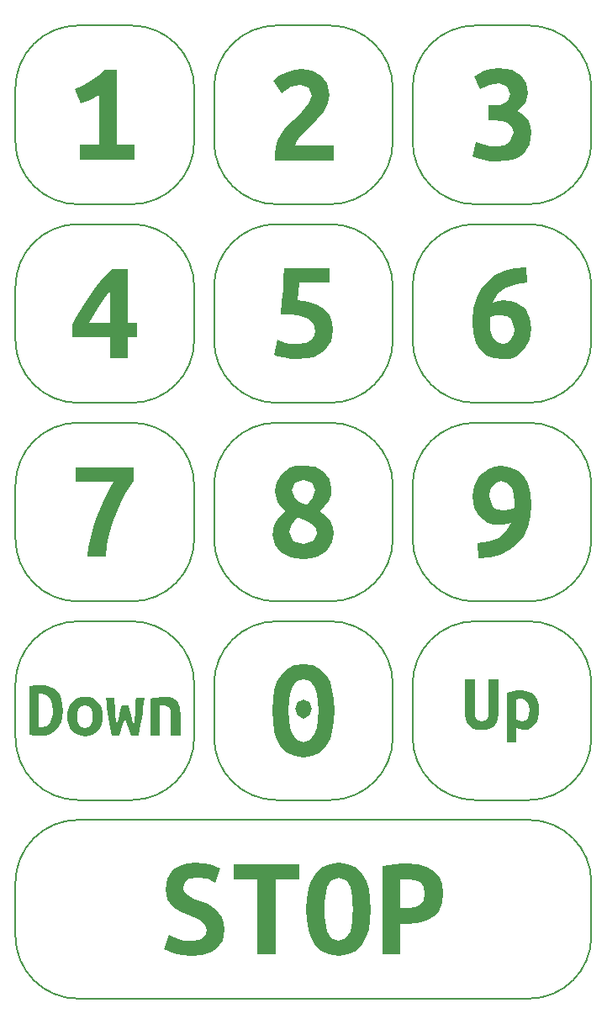
<source format=gto>
G04 #@! TF.GenerationSoftware,KiCad,Pcbnew,8.0.5-8.0.5-0~ubuntu24.04.1*
G04 #@! TF.CreationDate,2024-10-02T13:28:42+10:00*
G04 #@! TF.ProjectId,Touch Keypad,546f7563-6820-44b6-9579-7061642e6b69,rev?*
G04 #@! TF.SameCoordinates,PXbebc200PY8b3c880*
G04 #@! TF.FileFunction,Legend,Top*
G04 #@! TF.FilePolarity,Positive*
%FSLAX46Y46*%
G04 Gerber Fmt 4.6, Leading zero omitted, Abs format (unit mm)*
G04 Created by KiCad (PCBNEW 8.0.5-8.0.5-0~ubuntu24.04.1) date 2024-10-02 13:28:42*
%MOMM*%
%LPD*%
G01*
G04 APERTURE LIST*
%ADD10C,0.200000*%
%ADD11C,0.000000*%
G04 APERTURE END LIST*
D10*
X-24000000Y78700000D02*
X-24000000Y73300000D01*
X-17700000Y67000000D02*
X-12300000Y67000000D01*
X-12300000Y85000000D02*
X-17700000Y85000000D01*
X-6000000Y73300000D02*
X-6000000Y78700000D01*
X-24000000Y78700000D02*
G75*
G02*
X-17700000Y85000000I6299999J1D01*
G01*
X-17700000Y67000000D02*
G75*
G02*
X-24000000Y73300000I-1J6299999D01*
G01*
X-12300000Y85000000D02*
G75*
G02*
X-6000000Y78700000I0J-6300000D01*
G01*
X-6000000Y73300000D02*
G75*
G02*
X-12300000Y67000000I-6300000J0D01*
G01*
X-64000000Y38700000D02*
X-64000000Y33300000D01*
X-57700000Y27000000D02*
X-52300000Y27000000D01*
X-52300000Y45000000D02*
X-57700000Y45000000D01*
X-46000000Y33300000D02*
X-46000000Y38700000D01*
X-64000000Y38700000D02*
G75*
G02*
X-57700000Y45000000I6299999J1D01*
G01*
X-57700000Y27000000D02*
G75*
G02*
X-64000000Y33300000I-1J6299999D01*
G01*
X-52300000Y45000000D02*
G75*
G02*
X-46000000Y38700000I0J-6300000D01*
G01*
X-46000000Y33300000D02*
G75*
G02*
X-52300000Y27000000I-6300000J0D01*
G01*
D11*
G36*
X-32339257Y79111470D02*
G01*
X-35436187Y79111470D01*
X-35508885Y78137318D01*
X-35581583Y77308562D01*
X-34481422Y77159935D01*
X-33584814Y76869144D01*
X-32891761Y76436187D01*
X-32399031Y75864297D01*
X-32103393Y75156704D01*
X-32004847Y74313409D01*
X-32222940Y73157512D01*
X-32891761Y72234249D01*
X-33397011Y71885299D01*
X-34011309Y71623586D01*
X-34734653Y71460016D01*
X-35567044Y71405493D01*
X-36279483Y71449111D01*
X-36977383Y71558158D01*
X-37580775Y71710824D01*
X-37995153Y71870759D01*
X-37631664Y73353796D01*
X-36817447Y73063005D01*
X-36261309Y72964863D01*
X-35581583Y72932149D01*
X-34716478Y73048465D01*
X-34178514Y73346527D01*
X-33909532Y73760905D01*
X-33836834Y74240711D01*
X-33960420Y74931341D01*
X-34454766Y75469305D01*
X-35508885Y75818255D01*
X-36297658Y75910945D01*
X-37297254Y75941842D01*
X-37166397Y77150444D01*
X-37064620Y78333603D01*
X-36988288Y79484047D01*
X-36933764Y80594507D01*
X-32339257Y80594507D01*
X-32339257Y79111470D01*
G37*
D10*
X-44000000Y98700000D02*
X-44000000Y93300000D01*
X-37700000Y87000000D02*
X-32300000Y87000000D01*
X-32300000Y105000000D02*
X-37700000Y105000000D01*
X-26000000Y93300000D02*
X-26000000Y98700000D01*
X-44000000Y98700000D02*
G75*
G02*
X-37700000Y105000000I6299999J1D01*
G01*
X-37700000Y87000000D02*
G75*
G02*
X-44000000Y93300000I-1J6299999D01*
G01*
X-32300000Y105000000D02*
G75*
G02*
X-26000000Y98700000I0J-6300000D01*
G01*
X-26000000Y93300000D02*
G75*
G02*
X-32300000Y87000000I-6300000J0D01*
G01*
D11*
G36*
X-52717286Y75091276D02*
G01*
X-51743134Y75091276D01*
X-51743134Y73622779D01*
X-52717286Y73622779D01*
X-52717286Y71500000D01*
X-54505654Y71500000D01*
X-54505654Y73622779D01*
X-56541195Y73622779D01*
X-58256866Y73622779D01*
X-58256866Y74931341D01*
X-58173296Y75091276D01*
X-56541195Y75091276D01*
X-54505654Y75091276D01*
X-54505654Y78260905D01*
X-55043619Y77548465D01*
X-55588853Y76756058D01*
X-56105008Y75920032D01*
X-56541195Y75091276D01*
X-58173296Y75091276D01*
X-57940630Y75536551D01*
X-57544426Y76218094D01*
X-57086430Y76946890D01*
X-56584814Y77693861D01*
X-56046850Y78444467D01*
X-55479806Y79184168D01*
X-54898223Y79880250D01*
X-54316640Y80500000D01*
X-52717286Y80500000D01*
X-52717286Y75091276D01*
G37*
G36*
X-17754443Y36040388D02*
G01*
X-17722132Y35511309D01*
X-17613086Y35168013D01*
X-17399031Y34982229D01*
X-17051696Y34925687D01*
X-16704362Y34982229D01*
X-16486268Y35172052D01*
X-16373183Y35519386D01*
X-16340872Y36048465D01*
X-16340872Y39166397D01*
X-15347334Y39166397D01*
X-15347334Y35975767D01*
X-15367528Y35559774D01*
X-15428110Y35184168D01*
X-15539176Y34855008D01*
X-15710824Y34578352D01*
X-15945073Y34357229D01*
X-16243942Y34194669D01*
X-16615509Y34094709D01*
X-17067851Y34061389D01*
X-17513126Y34094709D01*
X-17879645Y34194669D01*
X-18400646Y34578352D01*
X-18566236Y34855008D01*
X-18675283Y35184168D01*
X-18735864Y35559774D01*
X-18756058Y35975767D01*
X-18756058Y39166397D01*
X-17754443Y39166397D01*
X-17754443Y36040388D01*
G37*
G36*
X-12520194Y37984383D02*
G01*
X-12070544Y37806677D01*
X-11712439Y37510501D01*
X-11452163Y37112906D01*
X-11295997Y36630946D01*
X-11243942Y36064620D01*
X-11268174Y35645598D01*
X-11340872Y35260905D01*
X-11460016Y34919628D01*
X-11623586Y34630856D01*
X-12092084Y34222940D01*
X-12397011Y34113893D01*
X-12746365Y34077544D01*
X-12948304Y34101862D01*
X-13132068Y34123990D01*
X-13529887Y34263328D01*
X-13529887Y32833603D01*
X-14523425Y32833603D01*
X-14523425Y37163166D01*
X-13529887Y37163166D01*
X-13529887Y35079160D01*
X-13271405Y34974152D01*
X-12948304Y34933764D01*
X-12639338Y35005452D01*
X-12423263Y35220517D01*
X-12296042Y35566842D01*
X-12253635Y36032310D01*
X-12304120Y36495759D01*
X-12455574Y36868336D01*
X-12710016Y37113691D01*
X-13069467Y37195477D01*
X-13311793Y37183360D01*
X-13529887Y37163166D01*
X-14523425Y37163166D01*
X-14523425Y37841680D01*
X-14217488Y37922456D01*
X-13848950Y37987076D01*
X-13452141Y38029483D01*
X-13061389Y38043619D01*
X-12520194Y37984383D01*
G37*
D10*
X-64000000Y58700000D02*
X-64000000Y53300000D01*
X-57700000Y47000000D02*
X-52300000Y47000000D01*
X-52300000Y65000000D02*
X-57700000Y65000000D01*
X-46000000Y53300000D02*
X-46000000Y58700000D01*
X-64000000Y58700000D02*
G75*
G02*
X-57700000Y65000000I6299999J1D01*
G01*
X-57700000Y47000000D02*
G75*
G02*
X-64000000Y53300000I-1J6299999D01*
G01*
X-52300000Y65000000D02*
G75*
G02*
X-46000000Y58700000I0J-6300000D01*
G01*
X-46000000Y53300000D02*
G75*
G02*
X-52300000Y47000000I-6300000J0D01*
G01*
D11*
G36*
X-33816842Y60543619D02*
G01*
X-32920840Y60063813D01*
X-32348344Y59315024D01*
X-32157512Y58348142D01*
X-32233845Y57728393D01*
X-32462843Y57119548D01*
X-32855412Y56565226D01*
X-33422456Y56109047D01*
X-32715468Y55607431D01*
X-32252019Y55062197D01*
X-31995759Y54466074D01*
X-31910339Y53811793D01*
X-32077544Y52924879D01*
X-32615509Y52117932D01*
X-33582391Y51529079D01*
X-34247577Y51354604D01*
X-35021809Y51298551D01*
X-35050889Y51296446D01*
X-35703352Y51338247D01*
X-36294023Y51463651D01*
X-37253635Y51943457D01*
X-37871567Y52714055D01*
X-38089661Y53739095D01*
X-38063370Y53957189D01*
X-36417609Y53957189D01*
X-36003231Y53077544D01*
X-35021809Y52779483D01*
X-33982229Y53092084D01*
X-33596931Y53840872D01*
X-33705977Y54349758D01*
X-34054927Y54749596D01*
X-34672859Y55113086D01*
X-35574313Y55498384D01*
X-36199515Y54749596D01*
X-36417609Y53957189D01*
X-38063370Y53957189D01*
X-38009693Y54402464D01*
X-37769790Y55025848D01*
X-37359047Y55594709D01*
X-36766559Y56094507D01*
X-37304523Y56545234D01*
X-37638934Y57025040D01*
X-37871567Y58071890D01*
X-37852026Y58188207D01*
X-36184976Y58188207D01*
X-35850565Y57359451D01*
X-35388934Y57032310D01*
X-34672859Y56690630D01*
X-34033118Y57424879D01*
X-33844103Y58202746D01*
X-34185784Y58966074D01*
X-35007270Y59220517D01*
X-35828756Y58958805D01*
X-36184976Y58188207D01*
X-37852026Y58188207D01*
X-37718901Y58980614D01*
X-37231826Y59831179D01*
X-36344911Y60456381D01*
X-35726979Y60641761D01*
X-34978191Y60703554D01*
X-33816842Y60543619D01*
G37*
D10*
X-24000000Y58700000D02*
X-24000000Y53300000D01*
X-17700000Y47000000D02*
X-12300000Y47000000D01*
X-12300000Y65000000D02*
X-17700000Y65000000D01*
X-6000000Y53300000D02*
X-6000000Y58700000D01*
X-24000000Y58700000D02*
G75*
G02*
X-17700000Y65000000I6299999J1D01*
G01*
X-17700000Y47000000D02*
G75*
G02*
X-24000000Y53300000I-1J6299999D01*
G01*
X-12300000Y65000000D02*
G75*
G02*
X-6000000Y58700000I0J-6300000D01*
G01*
X-6000000Y53300000D02*
G75*
G02*
X-12300000Y47000000I-6300000J0D01*
G01*
D11*
G36*
X-35450727Y19009693D02*
G01*
X-37820679Y19009693D01*
X-37820679Y11492730D01*
X-39623586Y11492730D01*
X-39623586Y19009693D01*
X-41993538Y19009693D01*
X-41993538Y20492730D01*
X-35450727Y20492730D01*
X-35450727Y19009693D01*
G37*
G36*
X-23502423Y20516155D02*
G01*
X-22615509Y20281099D01*
X-21899838Y19889338D01*
X-21374798Y19319871D01*
X-21059774Y18551696D01*
X-20954766Y17584814D01*
X-21060582Y16608239D01*
X-21378029Y15830372D01*
X-21907108Y15251212D01*
X-22630048Y14851373D01*
X-23529079Y14611470D01*
X-24604200Y14531502D01*
X-25243942Y14531502D01*
X-25243942Y11492730D01*
X-27032310Y11492730D01*
X-27032310Y18995153D01*
X-25243942Y18995153D01*
X-25243942Y16087237D01*
X-24516963Y16087237D01*
X-23764540Y16172658D01*
X-23222940Y16428918D01*
X-22895800Y16892367D01*
X-22786753Y17599354D01*
X-22893982Y18269992D01*
X-23215670Y18711632D01*
X-23715468Y18956987D01*
X-24357027Y19038772D01*
X-24800485Y19031502D01*
X-25243942Y18995153D01*
X-27032310Y18995153D01*
X-27032310Y20376414D01*
X-26443457Y20478191D01*
X-25781906Y20543619D01*
X-25127625Y20579968D01*
X-24560582Y20594507D01*
X-23502423Y20516155D01*
G37*
G36*
X-45055937Y20649031D02*
G01*
X-44385299Y20507270D01*
X-43345719Y20085622D01*
X-43869144Y18704362D01*
X-44676090Y19053312D01*
X-45701131Y19198708D01*
X-46492730Y19084006D01*
X-46967690Y18739903D01*
X-47126010Y18166397D01*
X-46980614Y17708401D01*
X-46609855Y17359451D01*
X-46100969Y17090468D01*
X-45541195Y16872375D01*
X-44661551Y16516155D01*
X-43818255Y15992730D01*
X-43185784Y15178514D01*
X-43000404Y14627827D01*
X-42938611Y13949919D01*
X-43143982Y12828554D01*
X-43760097Y11994346D01*
X-44402262Y11610662D01*
X-45233441Y11380452D01*
X-46253635Y11303716D01*
X-47260501Y11363691D01*
X-48042003Y11543619D01*
X-49045234Y11987076D01*
X-48521809Y13441034D01*
X-47584006Y13004847D01*
X-46978796Y12852181D01*
X-46253635Y12801292D01*
X-45504847Y12895800D01*
X-45032310Y13157512D01*
X-44792407Y13535541D01*
X-44726979Y13964459D01*
X-44886914Y14458805D01*
X-45294023Y14844103D01*
X-45846527Y15149435D01*
X-46457189Y15403877D01*
X-47300485Y15738288D01*
X-48092892Y16218094D01*
X-48681745Y16937803D01*
X-48914378Y18006462D01*
X-48709006Y19133279D01*
X-48092892Y19983845D01*
X-47476575Y20379645D01*
X-46722940Y20617124D01*
X-45831987Y20696284D01*
X-45055937Y20649031D01*
G37*
G36*
X-30479806Y20564620D02*
G01*
X-29675283Y20169628D01*
X-29038772Y19511309D01*
X-28676191Y18847486D01*
X-28417205Y18040994D01*
X-28261813Y17091832D01*
X-28210016Y16000000D01*
X-28262722Y14908168D01*
X-28420840Y13959006D01*
X-28684370Y13152514D01*
X-29053312Y12488691D01*
X-29693053Y11830372D01*
X-30487884Y11435380D01*
X-31437803Y11303716D01*
X-31452342Y11305682D01*
X-32411147Y11435380D01*
X-33218094Y11830372D01*
X-33858643Y12488691D01*
X-34224404Y13152514D01*
X-34485662Y13959006D01*
X-34642417Y14908168D01*
X-34694669Y16000000D01*
X-32877221Y16000000D01*
X-32864499Y15365711D01*
X-32826333Y14771405D01*
X-32622779Y13775444D01*
X-32193861Y13106624D01*
X-31452342Y12859451D01*
X-30718094Y13106624D01*
X-30281906Y13782714D01*
X-30078352Y14778675D01*
X-30040186Y15367528D01*
X-30027464Y16000000D01*
X-30040186Y16634289D01*
X-30078352Y17228595D01*
X-30281906Y18224556D01*
X-30710824Y18893376D01*
X-31452342Y19140549D01*
X-32193861Y18893376D01*
X-32622779Y18217286D01*
X-32826333Y17221325D01*
X-32864499Y16632472D01*
X-32877221Y16000000D01*
X-34694669Y16000000D01*
X-34641054Y17091832D01*
X-34480210Y18040994D01*
X-34212137Y18847486D01*
X-33836834Y19511309D01*
X-33190630Y20169628D01*
X-32395800Y20564620D01*
X-31452342Y20696284D01*
X-30479806Y20564620D01*
G37*
G36*
X-14187399Y60517771D02*
G01*
X-13416801Y60178514D01*
X-12804523Y59613086D01*
X-12360258Y58845719D01*
X-12093700Y57900646D01*
X-12004847Y56777868D01*
X-12099354Y55543821D01*
X-12382876Y54458805D01*
X-12842690Y53530089D01*
X-13466074Y52764943D01*
X-14243942Y52163368D01*
X-15167205Y51725363D01*
X-16219507Y51458199D01*
X-17384491Y51369144D01*
X-17442649Y52910339D01*
X-16341276Y53043013D01*
X-15363489Y53411955D01*
X-14581987Y54038974D01*
X-14069467Y54945880D01*
X-14854604Y54755204D01*
X-15087237Y54698708D01*
X-15814216Y54755048D01*
X-16424879Y54924071D01*
X-17326333Y55542003D01*
X-17835218Y56450727D01*
X-17995153Y57563005D01*
X-17990208Y57592084D01*
X-16250404Y57592084D01*
X-15930533Y56545234D01*
X-15501616Y56272617D01*
X-14854604Y56181745D01*
X-14273021Y56239903D01*
X-13778675Y56399838D01*
X-13756866Y56683360D01*
X-13749596Y57010501D01*
X-13815024Y57744750D01*
X-14033118Y58420840D01*
X-14440226Y58915186D01*
X-15072698Y59104200D01*
X-15617932Y58980614D01*
X-15981422Y58653473D01*
X-16184976Y58173667D01*
X-16250404Y57592084D01*
X-17990208Y57592084D01*
X-17813409Y58631664D01*
X-17275444Y59620355D01*
X-16381260Y60347334D01*
X-15796042Y60559976D01*
X-15116317Y60630856D01*
X-14187399Y60517771D01*
G37*
D10*
X-24000000Y38700000D02*
X-24000000Y33300000D01*
X-17700000Y27000000D02*
X-12300000Y27000000D01*
X-12300000Y45000000D02*
X-17700000Y45000000D01*
X-6000000Y33300000D02*
X-6000000Y38700000D01*
X-24000000Y38700000D02*
G75*
G02*
X-17700000Y45000000I6299999J1D01*
G01*
X-17700000Y27000000D02*
G75*
G02*
X-24000000Y33300000I-1J6299999D01*
G01*
X-12300000Y45000000D02*
G75*
G02*
X-6000000Y38700000I0J-6300000D01*
G01*
X-6000000Y33300000D02*
G75*
G02*
X-12300000Y27000000I-6300000J0D01*
G01*
D11*
G36*
X-12448304Y79096931D02*
G01*
X-13582391Y78980614D01*
X-14600162Y78638934D01*
X-15407108Y78021002D01*
X-15908724Y77075929D01*
X-15370759Y77257674D01*
X-14905493Y77323102D01*
X-14180331Y77264943D01*
X-13575121Y77090468D01*
X-12680937Y76465267D01*
X-12179321Y75549273D01*
X-12026656Y74444265D01*
X-12193861Y73382876D01*
X-12710016Y72394184D01*
X-13596931Y71659935D01*
X-14185784Y71447294D01*
X-14876414Y71376414D01*
X-14920032Y71381311D01*
X-15804523Y71480614D01*
X-16572698Y71793215D01*
X-17180937Y72314216D01*
X-17621163Y73056543D01*
X-17885299Y74033118D01*
X-17961714Y75084006D01*
X-16214055Y75084006D01*
X-16155897Y74277060D01*
X-15952342Y73586430D01*
X-15552504Y73099354D01*
X-14920032Y72917609D01*
X-14396607Y73063005D01*
X-14040388Y73426494D01*
X-13836834Y73906300D01*
X-13771405Y74415186D01*
X-14076737Y75469305D01*
X-14494750Y75747375D01*
X-15138126Y75840065D01*
X-15705170Y75781906D01*
X-16184976Y75621971D01*
X-16206785Y75360258D01*
X-16214055Y75084006D01*
X-17961714Y75084006D01*
X-17973344Y75243942D01*
X-17877019Y76476171D01*
X-17588045Y77555735D01*
X-17120961Y78478998D01*
X-16490307Y79242326D01*
X-15705170Y79842084D01*
X-14774637Y80274637D01*
X-13716882Y80536349D01*
X-12550081Y80623586D01*
X-12448304Y79096931D01*
G37*
G36*
X-52063005Y59147819D02*
G01*
X-52473748Y58606220D01*
X-52920840Y57882876D01*
X-53373384Y57014136D01*
X-53800485Y56036349D01*
X-54189418Y54969507D01*
X-54527464Y53833603D01*
X-54780089Y52664984D01*
X-54912763Y51500000D01*
X-56730210Y51500000D01*
X-56632068Y52457795D01*
X-56424879Y53470113D01*
X-56135905Y54504241D01*
X-55792407Y55527464D01*
X-55405291Y56517973D01*
X-54985460Y57453958D01*
X-54560178Y58299071D01*
X-54156704Y59016963D01*
X-57936995Y59016963D01*
X-57936995Y60500000D01*
X-52063005Y60500000D01*
X-52063005Y59147819D01*
G37*
D10*
X-64000000Y98700000D02*
X-64000000Y93300000D01*
X-57700000Y87000000D02*
X-52300000Y87000000D01*
X-52300000Y105000000D02*
X-57700000Y105000000D01*
X-46000000Y93300000D02*
X-46000000Y98700000D01*
X-64000000Y98700000D02*
G75*
G02*
X-57700000Y105000000I6299999J1D01*
G01*
X-57700000Y87000000D02*
G75*
G02*
X-64000000Y93300000I-1J6299999D01*
G01*
X-52300000Y105000000D02*
G75*
G02*
X-46000000Y98700000I0J-6300000D01*
G01*
X-46000000Y93300000D02*
G75*
G02*
X-52300000Y87000000I-6300000J0D01*
G01*
D11*
G36*
X-53800485Y92983037D02*
G01*
X-52012116Y92983037D01*
X-52012116Y91500000D01*
X-57478998Y91500000D01*
X-57478998Y92983037D01*
X-55588853Y92983037D01*
X-55588853Y98013732D01*
X-56519386Y97497577D01*
X-57406300Y97141357D01*
X-57987884Y98624394D01*
X-57231826Y98958805D01*
X-56417609Y99409532D01*
X-55647011Y99932956D01*
X-55021809Y100500000D01*
X-53800485Y100500000D01*
X-53800485Y92983037D01*
G37*
D10*
X-64000000Y78700000D02*
X-64000000Y73300000D01*
X-57700000Y67000000D02*
X-52300000Y67000000D01*
X-52300000Y85000000D02*
X-57700000Y85000000D01*
X-46000000Y73300000D02*
X-46000000Y78700000D01*
X-64000000Y78700000D02*
G75*
G02*
X-57700000Y85000000I6299999J1D01*
G01*
X-57700000Y67000000D02*
G75*
G02*
X-64000000Y73300000I-1J6299999D01*
G01*
X-52300000Y85000000D02*
G75*
G02*
X-46000000Y78700000I0J-6300000D01*
G01*
X-46000000Y73300000D02*
G75*
G02*
X-52300000Y67000000I-6300000J0D01*
G01*
D11*
G36*
X-34120355Y100441842D02*
G01*
X-33218901Y99962036D01*
X-32593700Y99155089D01*
X-32361066Y98028271D01*
X-32535541Y97134087D01*
X-33000808Y96298061D01*
X-33655089Y95512924D01*
X-34396607Y94785945D01*
X-34832795Y94371567D01*
X-35298061Y93877221D01*
X-35668821Y93361066D01*
X-35821486Y92881260D01*
X-31953958Y92881260D01*
X-31953958Y91398223D01*
X-37827948Y91398223D01*
X-37864297Y91761712D01*
X-37857027Y92067044D01*
X-37789782Y92764943D01*
X-37588045Y93404685D01*
X-37282714Y93991721D01*
X-36904685Y94531502D01*
X-36475767Y95029483D01*
X-36017771Y95491115D01*
X-35559774Y95925485D01*
X-35130856Y96341680D01*
X-34447496Y97126817D01*
X-34178514Y97897415D01*
X-34512924Y98747981D01*
X-35356220Y99046042D01*
X-36243134Y98842488D01*
X-37159128Y98159128D01*
X-38046042Y99409532D01*
X-37419023Y99940226D01*
X-36701131Y100310985D01*
X-35939620Y100529079D01*
X-35181745Y100601777D01*
X-34120355Y100441842D01*
G37*
G36*
X-34411147Y36843296D02*
G01*
X-34185784Y36159935D01*
X-34411147Y35483845D01*
X-34985460Y35200323D01*
X-35581583Y35483845D01*
X-35799677Y36159935D01*
X-35581583Y36843296D01*
X-34985460Y37134087D01*
X-34411147Y36843296D01*
G37*
G36*
X-34063005Y40567851D02*
G01*
X-33287561Y40182553D01*
X-32673667Y39540388D01*
X-32323809Y38886561D01*
X-32073910Y38080977D01*
X-31923970Y37123637D01*
X-31873990Y36014540D01*
X-31923970Y34898627D01*
X-32073910Y33935380D01*
X-32323809Y33124798D01*
X-32673667Y32466882D01*
X-33287561Y31820679D01*
X-34063005Y31432956D01*
X-35000000Y31303716D01*
X-35936995Y31432956D01*
X-36712439Y31820679D01*
X-37326333Y32466882D01*
X-37676191Y33124798D01*
X-37926090Y33935380D01*
X-38076030Y34898627D01*
X-38126010Y36014540D01*
X-36512116Y36014540D01*
X-36468498Y35060582D01*
X-36337641Y34273021D01*
X-36119548Y33651858D01*
X-35643376Y33046648D01*
X-35000000Y32844911D01*
X-34347536Y33046648D01*
X-33873183Y33651858D01*
X-33659128Y34273021D01*
X-33530695Y35060582D01*
X-33487884Y36014540D01*
X-33530695Y36960420D01*
X-33659128Y37743134D01*
X-33873183Y38362682D01*
X-34347536Y38967892D01*
X-35000000Y39169628D01*
X-35643376Y38967892D01*
X-36119548Y38362682D01*
X-36337641Y37743134D01*
X-36468498Y36960420D01*
X-36512116Y36014540D01*
X-38126010Y36014540D01*
X-38075121Y37117730D01*
X-37922456Y38071890D01*
X-37668013Y38877019D01*
X-37311793Y39533118D01*
X-36693053Y40179321D01*
X-35922456Y40567044D01*
X-35000000Y40696284D01*
X-34063005Y40567851D01*
G37*
D10*
X-24000000Y98700000D02*
X-24000000Y93300000D01*
X-17700000Y87000000D02*
X-12300000Y87000000D01*
X-12300000Y105000000D02*
X-17700000Y105000000D01*
X-6000000Y93300000D02*
X-6000000Y98700000D01*
X-24000000Y98700000D02*
G75*
G02*
X-17700000Y105000000I6299999J1D01*
G01*
X-17700000Y87000000D02*
G75*
G02*
X-24000000Y93300000I-1J6299999D01*
G01*
X-12300000Y105000000D02*
G75*
G02*
X-6000000Y98700000I0J-6300000D01*
G01*
X-6000000Y93300000D02*
G75*
G02*
X-12300000Y87000000I-6300000J0D01*
G01*
X-44000000Y78700000D02*
X-44000000Y73300000D01*
X-37700000Y67000000D02*
X-32300000Y67000000D01*
X-32300000Y85000000D02*
X-37700000Y85000000D01*
X-26000000Y73300000D02*
X-26000000Y78700000D01*
X-44000000Y78700000D02*
G75*
G02*
X-37700000Y85000000I6299999J1D01*
G01*
X-37700000Y67000000D02*
G75*
G02*
X-44000000Y73300000I-1J6299999D01*
G01*
X-32300000Y85000000D02*
G75*
G02*
X-26000000Y78700000I0J-6300000D01*
G01*
X-26000000Y73300000D02*
G75*
G02*
X-32300000Y67000000I-6300000J0D01*
G01*
D11*
G36*
X-48507674Y37370153D02*
G01*
X-48170436Y37276252D01*
X-47697900Y36920840D01*
X-47451535Y36371567D01*
X-47397011Y36035339D01*
X-47378837Y35664782D01*
X-47378837Y33524233D01*
X-48372375Y33524233D01*
X-48372375Y35535541D01*
X-48402666Y35993942D01*
X-48493538Y36302908D01*
X-48986268Y36537157D01*
X-49208401Y36529079D01*
X-49438611Y36504847D01*
X-49438611Y33524233D01*
X-50432149Y33524233D01*
X-50432149Y37199515D01*
X-50134289Y37270194D01*
X-49773829Y37336834D01*
X-49364903Y37385299D01*
X-48921648Y37401454D01*
X-48507674Y37370153D01*
G37*
G36*
X-60954160Y38544426D02*
G01*
X-60525040Y38435380D01*
X-60148425Y38248586D01*
X-59834410Y37978998D01*
X-59582997Y37625606D01*
X-59394184Y37187399D01*
X-59276050Y36657310D01*
X-59236672Y36028271D01*
X-59280089Y35385097D01*
X-59410339Y34844911D01*
X-59617326Y34401656D01*
X-59890953Y34049273D01*
X-60227181Y33783724D01*
X-60621971Y33600969D01*
X-61067246Y33494952D01*
X-61538772Y33460783D01*
X-61554927Y33459612D01*
X-62075929Y33487884D01*
X-62621163Y33580775D01*
X-62621163Y37692246D01*
X-61627625Y37692246D01*
X-61627625Y34331987D01*
X-61538772Y34323910D01*
X-61449919Y34323910D01*
X-60880452Y34453150D01*
X-60508885Y34808562D01*
X-60306947Y35345719D01*
X-60261511Y35671850D01*
X-60246365Y36028271D01*
X-60294830Y36658320D01*
X-60464459Y37199515D01*
X-60795638Y37575121D01*
X-61336834Y37716478D01*
X-61482229Y37712439D01*
X-61627625Y37692246D01*
X-62621163Y37692246D01*
X-62621163Y38459612D01*
X-61983037Y38556543D01*
X-61425687Y38580775D01*
X-60954160Y38544426D01*
G37*
G36*
X-54020822Y36855771D02*
G01*
X-53997936Y36398043D01*
X-53974152Y35947496D01*
X-53943188Y35496051D01*
X-53898761Y35035631D01*
X-53840872Y34566236D01*
X-53659128Y35135703D01*
X-53521809Y35636511D01*
X-53408724Y36096931D01*
X-53299677Y36553312D01*
X-52580775Y36553312D01*
X-52479806Y36096931D01*
X-52366721Y35636511D01*
X-52237480Y35135703D01*
X-52071890Y34566236D01*
X-52027464Y34929725D01*
X-51991115Y35277060D01*
X-51961834Y35615307D01*
X-51938611Y35951535D01*
X-51906300Y36621971D01*
X-51893174Y36964257D01*
X-51878029Y37320679D01*
X-51029887Y37320679D01*
X-51078605Y36775444D01*
X-51135905Y36246365D01*
X-51201787Y35733441D01*
X-51276252Y35236672D01*
X-51385299Y34612009D01*
X-51502423Y34041195D01*
X-51627625Y33524233D01*
X-52378837Y33524233D01*
X-52544426Y33984653D01*
X-52689822Y34392569D01*
X-52827141Y34804523D01*
X-52968498Y35277060D01*
X-53113893Y34812601D01*
X-53247173Y34404685D01*
X-53388530Y33992730D01*
X-53566236Y33524233D01*
X-54317447Y33524233D01*
X-54411349Y33898829D01*
X-54499192Y34311793D01*
X-54580977Y34758078D01*
X-54656704Y35232633D01*
X-54725363Y35730412D01*
X-54785945Y36246365D01*
X-54840468Y36777464D01*
X-54890953Y37320679D01*
X-54042811Y37320679D01*
X-54020822Y36855771D01*
G37*
G36*
X-56612480Y37382270D02*
G01*
X-56268174Y37276252D01*
X-55963247Y37104604D01*
X-55702746Y36872375D01*
X-55491721Y36583603D01*
X-55335218Y36242326D01*
X-55238288Y35855614D01*
X-55205977Y35430533D01*
X-55238288Y34999394D01*
X-55335218Y34610662D01*
X-55490711Y34268376D01*
X-55698708Y33976575D01*
X-55956179Y33740307D01*
X-56260097Y33564620D01*
X-56606422Y33455574D01*
X-56991115Y33419225D01*
X-57007270Y33420751D01*
X-57375808Y33455574D01*
X-57722132Y33564620D01*
X-58027060Y33740307D01*
X-58287561Y33976575D01*
X-58498586Y34268376D01*
X-58655089Y34610662D01*
X-58752019Y34999394D01*
X-58783725Y35422456D01*
X-57774637Y35422456D01*
X-57729200Y34962036D01*
X-57592892Y34598546D01*
X-57355614Y34362278D01*
X-57007270Y34283522D01*
X-56667003Y34362278D01*
X-56421648Y34598546D01*
X-56273223Y34962036D01*
X-56223748Y35422456D01*
X-56269184Y35881866D01*
X-56405493Y36242326D01*
X-56642771Y36475565D01*
X-56991115Y36553312D01*
X-57331381Y36475565D01*
X-57576737Y36242326D01*
X-57725162Y35881866D01*
X-57774637Y35422456D01*
X-58783725Y35422456D01*
X-58784330Y35430533D01*
X-58751010Y35855614D01*
X-58651050Y36242326D01*
X-58491519Y36583603D01*
X-58279483Y36872375D01*
X-58017973Y37104604D01*
X-57710016Y37276252D01*
X-57364701Y37382270D01*
X-56991115Y37417609D01*
X-56612480Y37382270D01*
G37*
D10*
X-64000000Y13300000D02*
X-64000000Y18700000D01*
X-57700000Y25000000D02*
X-12300000Y25000000D01*
X-12300000Y7000000D02*
X-57700000Y7000000D01*
X-6000000Y18700000D02*
X-6000000Y13300000D01*
X-64000000Y18700000D02*
G75*
G02*
X-57700000Y25000000I6299999J1D01*
G01*
X-57700000Y7000000D02*
G75*
G02*
X-64000000Y13300000I-1J6299999D01*
G01*
X-12300000Y25000000D02*
G75*
G02*
X-6000000Y18700000I0J-6300000D01*
G01*
X-6000000Y13300000D02*
G75*
G02*
X-12300000Y7000000I-6300000J0D01*
G01*
X-44000000Y38700000D02*
X-44000000Y33300000D01*
X-37700000Y27000000D02*
X-32300000Y27000000D01*
X-32300000Y45000000D02*
X-37700000Y45000000D01*
X-26000000Y33300000D02*
X-26000000Y38700000D01*
X-44000000Y38700000D02*
G75*
G02*
X-37700000Y45000000I6299999J1D01*
G01*
X-37700000Y27000000D02*
G75*
G02*
X-44000000Y33300000I-1J6299999D01*
G01*
X-32300000Y45000000D02*
G75*
G02*
X-26000000Y38700000I0J-6300000D01*
G01*
X-26000000Y33300000D02*
G75*
G02*
X-32300000Y27000000I-6300000J0D01*
G01*
D11*
G36*
X-14612884Y100649031D02*
G01*
X-14004039Y100507270D01*
X-13080775Y99976575D01*
X-12542811Y99169628D01*
X-12368336Y98166397D01*
X-12673667Y97134087D01*
X-13487884Y96378029D01*
X-12868134Y96018174D01*
X-12404685Y95520194D01*
X-12115711Y94898627D01*
X-12019386Y94168013D01*
X-12222940Y93019386D01*
X-12848142Y92110662D01*
X-13327948Y91768982D01*
X-13924071Y91514540D01*
X-14640145Y91356422D01*
X-15479806Y91303716D01*
X-16184976Y91354604D01*
X-16897415Y91478191D01*
X-17529887Y91638126D01*
X-17980614Y91798061D01*
X-17631664Y93295638D01*
X-16766559Y92990307D01*
X-16183158Y92870355D01*
X-15494346Y92830372D01*
X-14714661Y92928514D01*
X-14207593Y93222940D01*
X-13836834Y94197092D01*
X-13978595Y94802302D01*
X-14403877Y95193053D01*
X-15047254Y95405695D01*
X-15843296Y95476575D01*
X-16395800Y95476575D01*
X-16395800Y96959612D01*
X-15726979Y96959612D01*
X-15174475Y97017771D01*
X-14680129Y97206785D01*
X-14323910Y97555735D01*
X-14185784Y98108239D01*
X-14483845Y98886107D01*
X-15305331Y99169628D01*
X-16315832Y99002423D01*
X-17180937Y98588045D01*
X-17820679Y99896607D01*
X-16781099Y100427302D01*
X-16092286Y100629039D01*
X-15319871Y100696284D01*
X-14612884Y100649031D01*
G37*
D10*
X-44000000Y58700000D02*
X-44000000Y53300000D01*
X-37700000Y47000000D02*
X-32300000Y47000000D01*
X-32300000Y65000000D02*
X-37700000Y65000000D01*
X-26000000Y53300000D02*
X-26000000Y58700000D01*
X-44000000Y58700000D02*
G75*
G02*
X-37700000Y65000000I6299999J1D01*
G01*
X-37700000Y47000000D02*
G75*
G02*
X-44000000Y53300000I-1J6299999D01*
G01*
X-32300000Y65000000D02*
G75*
G02*
X-26000000Y58700000I0J-6300000D01*
G01*
X-26000000Y53300000D02*
G75*
G02*
X-32300000Y47000000I-6300000J0D01*
G01*
%LPC*%
%LPD*%
M02*

</source>
